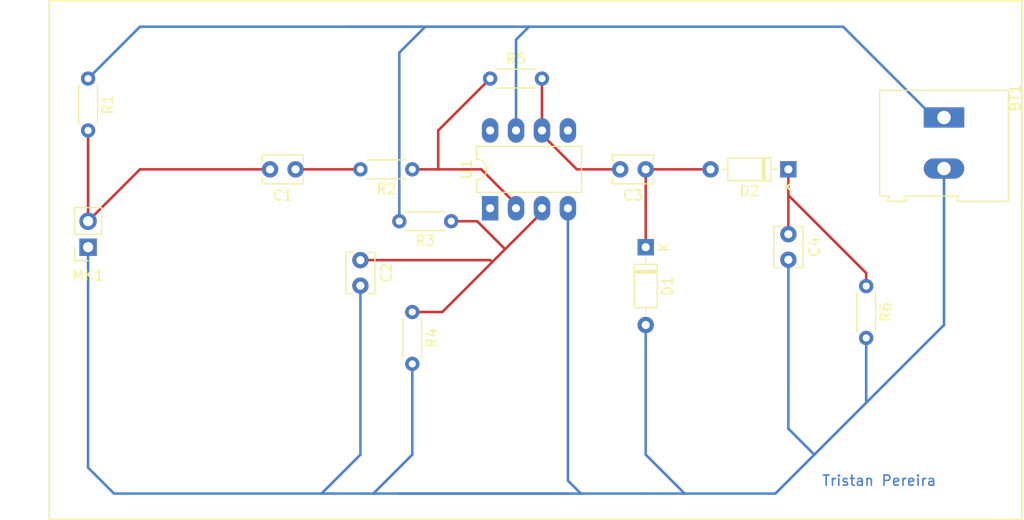
<source format=kicad_pcb>
(kicad_pcb (version 20171130) (host pcbnew "(5.1.4)-1")

  (general
    (thickness 1.6)
    (drawings 5)
    (tracks 68)
    (zones 0)
    (modules 15)
    (nets 13)
  )

  (page A4)
  (layers
    (0 F.Cu signal)
    (31 B.Cu signal)
    (32 B.Adhes user)
    (33 F.Adhes user)
    (34 B.Paste user)
    (35 F.Paste user)
    (36 B.SilkS user)
    (37 F.SilkS user)
    (38 B.Mask user)
    (39 F.Mask user)
    (40 Dwgs.User user)
    (41 Cmts.User user)
    (42 Eco1.User user)
    (43 Eco2.User user)
    (44 Edge.Cuts user)
    (45 Margin user)
    (46 B.CrtYd user)
    (47 F.CrtYd user)
    (48 B.Fab user)
    (49 F.Fab user)
  )

  (setup
    (last_trace_width 0.25)
    (trace_clearance 0.2)
    (zone_clearance 0.508)
    (zone_45_only no)
    (trace_min 0.2)
    (via_size 0.8)
    (via_drill 0.4)
    (via_min_size 0.4)
    (via_min_drill 0.3)
    (uvia_size 0.3)
    (uvia_drill 0.1)
    (uvias_allowed no)
    (uvia_min_size 0.2)
    (uvia_min_drill 0.1)
    (edge_width 0.1)
    (segment_width 0.2)
    (pcb_text_width 0.3)
    (pcb_text_size 1.5 1.5)
    (mod_edge_width 0.15)
    (mod_text_size 1 1)
    (mod_text_width 0.15)
    (pad_size 1.524 1.524)
    (pad_drill 0.762)
    (pad_to_mask_clearance 0)
    (aux_axis_origin 0 0)
    (visible_elements FFFFFF7F)
    (pcbplotparams
      (layerselection 0x010fc_ffffffff)
      (usegerberextensions false)
      (usegerberattributes false)
      (usegerberadvancedattributes false)
      (creategerberjobfile false)
      (excludeedgelayer true)
      (linewidth 0.100000)
      (plotframeref false)
      (viasonmask false)
      (mode 1)
      (useauxorigin false)
      (hpglpennumber 1)
      (hpglpenspeed 20)
      (hpglpendiameter 15.000000)
      (psnegative false)
      (psa4output false)
      (plotreference true)
      (plotvalue true)
      (plotinvisibletext false)
      (padsonsilk false)
      (subtractmaskfromsilk false)
      (outputformat 1)
      (mirror false)
      (drillshape 1)
      (scaleselection 1)
      (outputdirectory ""))
  )

  (net 0 "")
  (net 1 "Net-(BT1-Pad1)")
  (net 2 "Net-(BT1-Pad2)")
  (net 3 "Net-(C1-Pad1)")
  (net 4 "Net-(C1-Pad2)")
  (net 5 "Net-(C2-Pad1)")
  (net 6 "Net-(C3-Pad1)")
  (net 7 "Net-(C3-Pad2)")
  (net 8 "Net-(C4-Pad1)")
  (net 9 "Net-(R2-Pad1)")
  (net 10 "Net-(U1-Pad1)")
  (net 11 "Net-(U1-Pad5)")
  (net 12 "Net-(U1-Pad8)")

  (net_class Default "This is the default net class."
    (clearance 0.2)
    (trace_width 0.25)
    (via_dia 0.8)
    (via_drill 0.4)
    (uvia_dia 0.3)
    (uvia_drill 0.1)
    (add_net "Net-(BT1-Pad1)")
    (add_net "Net-(BT1-Pad2)")
    (add_net "Net-(C1-Pad1)")
    (add_net "Net-(C1-Pad2)")
    (add_net "Net-(C2-Pad1)")
    (add_net "Net-(C3-Pad1)")
    (add_net "Net-(C3-Pad2)")
    (add_net "Net-(C4-Pad1)")
    (add_net "Net-(R2-Pad1)")
    (add_net "Net-(U1-Pad1)")
    (add_net "Net-(U1-Pad5)")
    (add_net "Net-(U1-Pad8)")
  )

  (module Capacitor_THT:C_Disc_D3.8mm_W2.6mm_P2.50mm (layer F.Cu) (tedit 5AE50EF0) (tstamp 5EB18ADB)
    (at 172.72 91.44 270)
    (descr "C, Disc series, Radial, pin pitch=2.50mm, , diameter*width=3.8*2.6mm^2, Capacitor, http://www.vishay.com/docs/45233/krseries.pdf")
    (tags "C Disc series Radial pin pitch 2.50mm  diameter 3.8mm width 2.6mm Capacitor")
    (path /5EB149CA)
    (fp_text reference C4 (at 1.25 -2.55 90) (layer F.SilkS)
      (effects (font (size 1 1) (thickness 0.15)))
    )
    (fp_text value 0.1u (at 1.25 2.55 90) (layer F.Fab)
      (effects (font (size 1 1) (thickness 0.15)))
    )
    (fp_text user %R (at 1.25 0 90) (layer F.Fab)
      (effects (font (size 0.76 0.76) (thickness 0.114)))
    )
    (fp_line (start 3.55 -1.55) (end -1.05 -1.55) (layer F.CrtYd) (width 0.05))
    (fp_line (start 3.55 1.55) (end 3.55 -1.55) (layer F.CrtYd) (width 0.05))
    (fp_line (start -1.05 1.55) (end 3.55 1.55) (layer F.CrtYd) (width 0.05))
    (fp_line (start -1.05 -1.55) (end -1.05 1.55) (layer F.CrtYd) (width 0.05))
    (fp_line (start 3.27 0.795) (end 3.27 1.42) (layer F.SilkS) (width 0.12))
    (fp_line (start 3.27 -1.42) (end 3.27 -0.795) (layer F.SilkS) (width 0.12))
    (fp_line (start -0.77 0.795) (end -0.77 1.42) (layer F.SilkS) (width 0.12))
    (fp_line (start -0.77 -1.42) (end -0.77 -0.795) (layer F.SilkS) (width 0.12))
    (fp_line (start -0.77 1.42) (end 3.27 1.42) (layer F.SilkS) (width 0.12))
    (fp_line (start -0.77 -1.42) (end 3.27 -1.42) (layer F.SilkS) (width 0.12))
    (fp_line (start 3.15 -1.3) (end -0.65 -1.3) (layer F.Fab) (width 0.1))
    (fp_line (start 3.15 1.3) (end 3.15 -1.3) (layer F.Fab) (width 0.1))
    (fp_line (start -0.65 1.3) (end 3.15 1.3) (layer F.Fab) (width 0.1))
    (fp_line (start -0.65 -1.3) (end -0.65 1.3) (layer F.Fab) (width 0.1))
    (pad 2 thru_hole circle (at 2.5 0 270) (size 1.6 1.6) (drill 0.8) (layers *.Cu *.Mask)
      (net 2 "Net-(BT1-Pad2)"))
    (pad 1 thru_hole circle (at 0 0 270) (size 1.6 1.6) (drill 0.8) (layers *.Cu *.Mask)
      (net 8 "Net-(C4-Pad1)"))
    (model ${KISYS3DMOD}/Capacitor_THT.3dshapes/C_Disc_D3.8mm_W2.6mm_P2.50mm.wrl
      (at (xyz 0 0 0))
      (scale (xyz 1 1 1))
      (rotate (xyz 0 0 0))
    )
  )

  (module Capacitor_THT:C_Disc_D3.8mm_W2.6mm_P2.50mm (layer F.Cu) (tedit 5AE50EF0) (tstamp 5EB18AB4)
    (at 158.75 85.09 180)
    (descr "C, Disc series, Radial, pin pitch=2.50mm, , diameter*width=3.8*2.6mm^2, Capacitor, http://www.vishay.com/docs/45233/krseries.pdf")
    (tags "C Disc series Radial pin pitch 2.50mm  diameter 3.8mm width 2.6mm Capacitor")
    (path /5EB11C9F)
    (fp_text reference C3 (at 1.25 -2.55) (layer F.SilkS)
      (effects (font (size 1 1) (thickness 0.15)))
    )
    (fp_text value 10u (at 1.25 2.55) (layer F.Fab)
      (effects (font (size 1 1) (thickness 0.15)))
    )
    (fp_text user %R (at 1.25 0) (layer F.Fab)
      (effects (font (size 0.76 0.76) (thickness 0.114)))
    )
    (fp_line (start 3.55 -1.55) (end -1.05 -1.55) (layer F.CrtYd) (width 0.05))
    (fp_line (start 3.55 1.55) (end 3.55 -1.55) (layer F.CrtYd) (width 0.05))
    (fp_line (start -1.05 1.55) (end 3.55 1.55) (layer F.CrtYd) (width 0.05))
    (fp_line (start -1.05 -1.55) (end -1.05 1.55) (layer F.CrtYd) (width 0.05))
    (fp_line (start 3.27 0.795) (end 3.27 1.42) (layer F.SilkS) (width 0.12))
    (fp_line (start 3.27 -1.42) (end 3.27 -0.795) (layer F.SilkS) (width 0.12))
    (fp_line (start -0.77 0.795) (end -0.77 1.42) (layer F.SilkS) (width 0.12))
    (fp_line (start -0.77 -1.42) (end -0.77 -0.795) (layer F.SilkS) (width 0.12))
    (fp_line (start -0.77 1.42) (end 3.27 1.42) (layer F.SilkS) (width 0.12))
    (fp_line (start -0.77 -1.42) (end 3.27 -1.42) (layer F.SilkS) (width 0.12))
    (fp_line (start 3.15 -1.3) (end -0.65 -1.3) (layer F.Fab) (width 0.1))
    (fp_line (start 3.15 1.3) (end 3.15 -1.3) (layer F.Fab) (width 0.1))
    (fp_line (start -0.65 1.3) (end 3.15 1.3) (layer F.Fab) (width 0.1))
    (fp_line (start -0.65 -1.3) (end -0.65 1.3) (layer F.Fab) (width 0.1))
    (pad 2 thru_hole circle (at 2.5 0 180) (size 1.6 1.6) (drill 0.8) (layers *.Cu *.Mask)
      (net 7 "Net-(C3-Pad2)"))
    (pad 1 thru_hole circle (at 0 0 180) (size 1.6 1.6) (drill 0.8) (layers *.Cu *.Mask)
      (net 6 "Net-(C3-Pad1)"))
    (model ${KISYS3DMOD}/Capacitor_THT.3dshapes/C_Disc_D3.8mm_W2.6mm_P2.50mm.wrl
      (at (xyz 0 0 0))
      (scale (xyz 1 1 1))
      (rotate (xyz 0 0 0))
    )
  )

  (module Capacitor_THT:C_Disc_D3.8mm_W2.6mm_P2.50mm (layer F.Cu) (tedit 5AE50EF0) (tstamp 5EB18A8D)
    (at 130.81 93.98 270)
    (descr "C, Disc series, Radial, pin pitch=2.50mm, , diameter*width=3.8*2.6mm^2, Capacitor, http://www.vishay.com/docs/45233/krseries.pdf")
    (tags "C Disc series Radial pin pitch 2.50mm  diameter 3.8mm width 2.6mm Capacitor")
    (path /5EB19924)
    (fp_text reference C2 (at 1.25 -2.55 90) (layer F.SilkS)
      (effects (font (size 1 1) (thickness 0.15)))
    )
    (fp_text value 0.1u (at 1.25 2.55 90) (layer F.Fab)
      (effects (font (size 1 1) (thickness 0.15)))
    )
    (fp_text user %R (at 1.25 0 90) (layer F.Fab)
      (effects (font (size 0.76 0.76) (thickness 0.114)))
    )
    (fp_line (start 3.55 -1.55) (end -1.05 -1.55) (layer F.CrtYd) (width 0.05))
    (fp_line (start 3.55 1.55) (end 3.55 -1.55) (layer F.CrtYd) (width 0.05))
    (fp_line (start -1.05 1.55) (end 3.55 1.55) (layer F.CrtYd) (width 0.05))
    (fp_line (start -1.05 -1.55) (end -1.05 1.55) (layer F.CrtYd) (width 0.05))
    (fp_line (start 3.27 0.795) (end 3.27 1.42) (layer F.SilkS) (width 0.12))
    (fp_line (start 3.27 -1.42) (end 3.27 -0.795) (layer F.SilkS) (width 0.12))
    (fp_line (start -0.77 0.795) (end -0.77 1.42) (layer F.SilkS) (width 0.12))
    (fp_line (start -0.77 -1.42) (end -0.77 -0.795) (layer F.SilkS) (width 0.12))
    (fp_line (start -0.77 1.42) (end 3.27 1.42) (layer F.SilkS) (width 0.12))
    (fp_line (start -0.77 -1.42) (end 3.27 -1.42) (layer F.SilkS) (width 0.12))
    (fp_line (start 3.15 -1.3) (end -0.65 -1.3) (layer F.Fab) (width 0.1))
    (fp_line (start 3.15 1.3) (end 3.15 -1.3) (layer F.Fab) (width 0.1))
    (fp_line (start -0.65 1.3) (end 3.15 1.3) (layer F.Fab) (width 0.1))
    (fp_line (start -0.65 -1.3) (end -0.65 1.3) (layer F.Fab) (width 0.1))
    (pad 2 thru_hole circle (at 2.5 0 270) (size 1.6 1.6) (drill 0.8) (layers *.Cu *.Mask)
      (net 2 "Net-(BT1-Pad2)"))
    (pad 1 thru_hole circle (at 0 0 270) (size 1.6 1.6) (drill 0.8) (layers *.Cu *.Mask)
      (net 5 "Net-(C2-Pad1)"))
    (model ${KISYS3DMOD}/Capacitor_THT.3dshapes/C_Disc_D3.8mm_W2.6mm_P2.50mm.wrl
      (at (xyz 0 0 0))
      (scale (xyz 1 1 1))
      (rotate (xyz 0 0 0))
    )
  )

  (module Capacitor_THT:C_Disc_D3.8mm_W2.6mm_P2.50mm (layer F.Cu) (tedit 5AE50EF0) (tstamp 5EB18A66)
    (at 124.46 85.09 180)
    (descr "C, Disc series, Radial, pin pitch=2.50mm, , diameter*width=3.8*2.6mm^2, Capacitor, http://www.vishay.com/docs/45233/krseries.pdf")
    (tags "C Disc series Radial pin pitch 2.50mm  diameter 3.8mm width 2.6mm Capacitor")
    (path /5EB08205)
    (fp_text reference C1 (at 1.25 -2.55) (layer F.SilkS)
      (effects (font (size 1 1) (thickness 0.15)))
    )
    (fp_text value 0.1u (at 1.25 2.55) (layer F.Fab)
      (effects (font (size 1 1) (thickness 0.15)))
    )
    (fp_text user %R (at 1.25 0) (layer F.Fab)
      (effects (font (size 0.76 0.76) (thickness 0.114)))
    )
    (fp_line (start 3.55 -1.55) (end -1.05 -1.55) (layer F.CrtYd) (width 0.05))
    (fp_line (start 3.55 1.55) (end 3.55 -1.55) (layer F.CrtYd) (width 0.05))
    (fp_line (start -1.05 1.55) (end 3.55 1.55) (layer F.CrtYd) (width 0.05))
    (fp_line (start -1.05 -1.55) (end -1.05 1.55) (layer F.CrtYd) (width 0.05))
    (fp_line (start 3.27 0.795) (end 3.27 1.42) (layer F.SilkS) (width 0.12))
    (fp_line (start 3.27 -1.42) (end 3.27 -0.795) (layer F.SilkS) (width 0.12))
    (fp_line (start -0.77 0.795) (end -0.77 1.42) (layer F.SilkS) (width 0.12))
    (fp_line (start -0.77 -1.42) (end -0.77 -0.795) (layer F.SilkS) (width 0.12))
    (fp_line (start -0.77 1.42) (end 3.27 1.42) (layer F.SilkS) (width 0.12))
    (fp_line (start -0.77 -1.42) (end 3.27 -1.42) (layer F.SilkS) (width 0.12))
    (fp_line (start 3.15 -1.3) (end -0.65 -1.3) (layer F.Fab) (width 0.1))
    (fp_line (start 3.15 1.3) (end 3.15 -1.3) (layer F.Fab) (width 0.1))
    (fp_line (start -0.65 1.3) (end 3.15 1.3) (layer F.Fab) (width 0.1))
    (fp_line (start -0.65 -1.3) (end -0.65 1.3) (layer F.Fab) (width 0.1))
    (pad 2 thru_hole circle (at 2.5 0 180) (size 1.6 1.6) (drill 0.8) (layers *.Cu *.Mask)
      (net 4 "Net-(C1-Pad2)"))
    (pad 1 thru_hole circle (at 0 0 180) (size 1.6 1.6) (drill 0.8) (layers *.Cu *.Mask)
      (net 3 "Net-(C1-Pad1)"))
    (model ${KISYS3DMOD}/Capacitor_THT.3dshapes/C_Disc_D3.8mm_W2.6mm_P2.50mm.wrl
      (at (xyz 0 0 0))
      (scale (xyz 1 1 1))
      (rotate (xyz 0 0 0))
    )
  )

  (module TerminalBlock:TerminalBlock_Altech_AK300-2_P5.00mm (layer F.Cu) (tedit 59FF0306) (tstamp 5EB18A3F)
    (at 187.96 80.01 270)
    (descr "Altech AK300 terminal block, pitch 5.0mm, 45 degree angled, see http://www.mouser.com/ds/2/16/PCBMETRC-24178.pdf")
    (tags "Altech AK300 terminal block pitch 5.0mm")
    (path /5EB218D3)
    (fp_text reference BT1 (at -1.92 -6.99 90) (layer F.SilkS)
      (effects (font (size 1 1) (thickness 0.15)))
    )
    (fp_text value Battery_Cell (at 2.78 7.75 90) (layer F.Fab)
      (effects (font (size 1 1) (thickness 0.15)))
    )
    (fp_text user %R (at 2.5 -2 90) (layer F.Fab)
      (effects (font (size 1 1) (thickness 0.15)))
    )
    (fp_line (start -2.65 -6.3) (end -2.65 6.3) (layer F.SilkS) (width 0.12))
    (fp_line (start -2.65 6.3) (end 7.7 6.3) (layer F.SilkS) (width 0.12))
    (fp_line (start 7.7 6.3) (end 7.7 5.35) (layer F.SilkS) (width 0.12))
    (fp_line (start 7.7 5.35) (end 8.2 5.6) (layer F.SilkS) (width 0.12))
    (fp_line (start 8.2 5.6) (end 8.2 3.7) (layer F.SilkS) (width 0.12))
    (fp_line (start 8.2 3.7) (end 8.2 3.65) (layer F.SilkS) (width 0.12))
    (fp_line (start 8.2 3.65) (end 7.7 3.9) (layer F.SilkS) (width 0.12))
    (fp_line (start 7.7 3.9) (end 7.7 -1.5) (layer F.SilkS) (width 0.12))
    (fp_line (start 7.7 -1.5) (end 8.2 -1.2) (layer F.SilkS) (width 0.12))
    (fp_line (start 8.2 -1.2) (end 8.2 -6.3) (layer F.SilkS) (width 0.12))
    (fp_line (start 8.2 -6.3) (end -2.65 -6.3) (layer F.SilkS) (width 0.12))
    (fp_line (start -1.26 2.54) (end 1.28 2.54) (layer F.Fab) (width 0.1))
    (fp_line (start 1.28 2.54) (end 1.28 -0.25) (layer F.Fab) (width 0.1))
    (fp_line (start -1.26 -0.25) (end 1.28 -0.25) (layer F.Fab) (width 0.1))
    (fp_line (start -1.26 2.54) (end -1.26 -0.25) (layer F.Fab) (width 0.1))
    (fp_line (start 3.74 2.54) (end 6.28 2.54) (layer F.Fab) (width 0.1))
    (fp_line (start 6.28 2.54) (end 6.28 -0.25) (layer F.Fab) (width 0.1))
    (fp_line (start 3.74 -0.25) (end 6.28 -0.25) (layer F.Fab) (width 0.1))
    (fp_line (start 3.74 2.54) (end 3.74 -0.25) (layer F.Fab) (width 0.1))
    (fp_line (start 7.61 -6.22) (end 7.61 -3.17) (layer F.Fab) (width 0.1))
    (fp_line (start 7.61 -6.22) (end -2.58 -6.22) (layer F.Fab) (width 0.1))
    (fp_line (start 7.61 -6.22) (end 8.11 -6.22) (layer F.Fab) (width 0.1))
    (fp_line (start 8.11 -6.22) (end 8.11 -1.4) (layer F.Fab) (width 0.1))
    (fp_line (start 8.11 -1.4) (end 7.61 -1.65) (layer F.Fab) (width 0.1))
    (fp_line (start 8.11 5.46) (end 7.61 5.21) (layer F.Fab) (width 0.1))
    (fp_line (start 7.61 5.21) (end 7.61 6.22) (layer F.Fab) (width 0.1))
    (fp_line (start 8.11 3.81) (end 7.61 4.06) (layer F.Fab) (width 0.1))
    (fp_line (start 7.61 4.06) (end 7.61 5.21) (layer F.Fab) (width 0.1))
    (fp_line (start 8.11 3.81) (end 8.11 5.46) (layer F.Fab) (width 0.1))
    (fp_line (start 2.98 6.22) (end 2.98 4.32) (layer F.Fab) (width 0.1))
    (fp_line (start 7.05 -0.25) (end 7.05 4.32) (layer F.Fab) (width 0.1))
    (fp_line (start 2.98 6.22) (end 7.05 6.22) (layer F.Fab) (width 0.1))
    (fp_line (start 7.05 6.22) (end 7.61 6.22) (layer F.Fab) (width 0.1))
    (fp_line (start 2.04 6.22) (end 2.04 4.32) (layer F.Fab) (width 0.1))
    (fp_line (start 2.04 6.22) (end 2.98 6.22) (layer F.Fab) (width 0.1))
    (fp_line (start -2.02 -0.25) (end -2.02 4.32) (layer F.Fab) (width 0.1))
    (fp_line (start -2.58 6.22) (end -2.02 6.22) (layer F.Fab) (width 0.1))
    (fp_line (start -2.02 6.22) (end 2.04 6.22) (layer F.Fab) (width 0.1))
    (fp_line (start 2.98 4.32) (end 7.05 4.32) (layer F.Fab) (width 0.1))
    (fp_line (start 2.98 4.32) (end 2.98 -0.25) (layer F.Fab) (width 0.1))
    (fp_line (start 7.05 4.32) (end 7.05 6.22) (layer F.Fab) (width 0.1))
    (fp_line (start 2.04 4.32) (end -2.02 4.32) (layer F.Fab) (width 0.1))
    (fp_line (start 2.04 4.32) (end 2.04 -0.25) (layer F.Fab) (width 0.1))
    (fp_line (start -2.02 4.32) (end -2.02 6.22) (layer F.Fab) (width 0.1))
    (fp_line (start 6.67 3.68) (end 6.67 0.51) (layer F.Fab) (width 0.1))
    (fp_line (start 6.67 3.68) (end 3.36 3.68) (layer F.Fab) (width 0.1))
    (fp_line (start 3.36 3.68) (end 3.36 0.51) (layer F.Fab) (width 0.1))
    (fp_line (start 1.66 3.68) (end 1.66 0.51) (layer F.Fab) (width 0.1))
    (fp_line (start 1.66 3.68) (end -1.64 3.68) (layer F.Fab) (width 0.1))
    (fp_line (start -1.64 3.68) (end -1.64 0.51) (layer F.Fab) (width 0.1))
    (fp_line (start -1.64 0.51) (end -1.26 0.51) (layer F.Fab) (width 0.1))
    (fp_line (start 1.66 0.51) (end 1.28 0.51) (layer F.Fab) (width 0.1))
    (fp_line (start 3.36 0.51) (end 3.74 0.51) (layer F.Fab) (width 0.1))
    (fp_line (start 6.67 0.51) (end 6.28 0.51) (layer F.Fab) (width 0.1))
    (fp_line (start -2.58 6.22) (end -2.58 -0.64) (layer F.Fab) (width 0.1))
    (fp_line (start -2.58 -0.64) (end -2.58 -3.17) (layer F.Fab) (width 0.1))
    (fp_line (start 7.61 -1.65) (end 7.61 -0.64) (layer F.Fab) (width 0.1))
    (fp_line (start 7.61 -0.64) (end 7.61 4.06) (layer F.Fab) (width 0.1))
    (fp_line (start -2.58 -3.17) (end 7.61 -3.17) (layer F.Fab) (width 0.1))
    (fp_line (start -2.58 -3.17) (end -2.58 -6.22) (layer F.Fab) (width 0.1))
    (fp_line (start 7.61 -3.17) (end 7.61 -1.65) (layer F.Fab) (width 0.1))
    (fp_line (start 2.98 -3.43) (end 2.98 -5.97) (layer F.Fab) (width 0.1))
    (fp_line (start 2.98 -5.97) (end 7.05 -5.97) (layer F.Fab) (width 0.1))
    (fp_line (start 7.05 -5.97) (end 7.05 -3.43) (layer F.Fab) (width 0.1))
    (fp_line (start 7.05 -3.43) (end 2.98 -3.43) (layer F.Fab) (width 0.1))
    (fp_line (start 2.04 -3.43) (end 2.04 -5.97) (layer F.Fab) (width 0.1))
    (fp_line (start 2.04 -3.43) (end -2.02 -3.43) (layer F.Fab) (width 0.1))
    (fp_line (start -2.02 -3.43) (end -2.02 -5.97) (layer F.Fab) (width 0.1))
    (fp_line (start 2.04 -5.97) (end -2.02 -5.97) (layer F.Fab) (width 0.1))
    (fp_line (start 3.39 -4.45) (end 6.44 -5.08) (layer F.Fab) (width 0.1))
    (fp_line (start 3.52 -4.32) (end 6.56 -4.95) (layer F.Fab) (width 0.1))
    (fp_line (start -1.62 -4.45) (end 1.44 -5.08) (layer F.Fab) (width 0.1))
    (fp_line (start -1.49 -4.32) (end 1.56 -4.95) (layer F.Fab) (width 0.1))
    (fp_line (start -2.02 -0.25) (end -1.64 -0.25) (layer F.Fab) (width 0.1))
    (fp_line (start 2.04 -0.25) (end 1.66 -0.25) (layer F.Fab) (width 0.1))
    (fp_line (start 1.66 -0.25) (end -1.64 -0.25) (layer F.Fab) (width 0.1))
    (fp_line (start -2.58 -0.64) (end -1.64 -0.64) (layer F.Fab) (width 0.1))
    (fp_line (start -1.64 -0.64) (end 1.66 -0.64) (layer F.Fab) (width 0.1))
    (fp_line (start 1.66 -0.64) (end 3.36 -0.64) (layer F.Fab) (width 0.1))
    (fp_line (start 7.61 -0.64) (end 6.67 -0.64) (layer F.Fab) (width 0.1))
    (fp_line (start 6.67 -0.64) (end 3.36 -0.64) (layer F.Fab) (width 0.1))
    (fp_line (start 7.05 -0.25) (end 6.67 -0.25) (layer F.Fab) (width 0.1))
    (fp_line (start 2.98 -0.25) (end 3.36 -0.25) (layer F.Fab) (width 0.1))
    (fp_line (start 3.36 -0.25) (end 6.67 -0.25) (layer F.Fab) (width 0.1))
    (fp_line (start -2.83 -6.47) (end 8.36 -6.47) (layer F.CrtYd) (width 0.05))
    (fp_line (start -2.83 -6.47) (end -2.83 6.47) (layer F.CrtYd) (width 0.05))
    (fp_line (start 8.36 6.47) (end 8.36 -6.47) (layer F.CrtYd) (width 0.05))
    (fp_line (start 8.36 6.47) (end -2.83 6.47) (layer F.CrtYd) (width 0.05))
    (fp_arc (start 6.03 -4.59) (end 6.54 -5.05) (angle 90.5) (layer F.Fab) (width 0.1))
    (fp_arc (start 5.07 -6.07) (end 6.53 -4.12) (angle 75.5) (layer F.Fab) (width 0.1))
    (fp_arc (start 4.99 -3.71) (end 3.39 -5) (angle 100) (layer F.Fab) (width 0.1))
    (fp_arc (start 3.87 -4.65) (end 3.58 -4.13) (angle 104.2) (layer F.Fab) (width 0.1))
    (fp_arc (start 1.03 -4.59) (end 1.53 -5.05) (angle 90.5) (layer F.Fab) (width 0.1))
    (fp_arc (start 0.06 -6.07) (end 1.53 -4.12) (angle 75.5) (layer F.Fab) (width 0.1))
    (fp_arc (start -0.01 -3.71) (end -1.62 -5) (angle 100) (layer F.Fab) (width 0.1))
    (fp_arc (start -1.13 -4.65) (end -1.42 -4.13) (angle 104.2) (layer F.Fab) (width 0.1))
    (pad 1 thru_hole rect (at 0 0 270) (size 1.98 3.96) (drill 1.32) (layers *.Cu *.Mask)
      (net 1 "Net-(BT1-Pad1)"))
    (pad 2 thru_hole oval (at 5 0 270) (size 1.98 3.96) (drill 1.32) (layers *.Cu *.Mask)
      (net 2 "Net-(BT1-Pad2)"))
    (model ${KISYS3DMOD}/TerminalBlock.3dshapes/TerminalBlock_Altech_AK300-2_P5.00mm.wrl
      (at (xyz 0 0 0))
      (scale (xyz 1 1 1))
      (rotate (xyz 0 0 0))
    )
  )

  (module Diode_THT:D_DO-35_SOD27_P7.62mm_Horizontal (layer F.Cu) (tedit 5AE50CD5) (tstamp 5EB18AFA)
    (at 158.75 92.71 270)
    (descr "Diode, DO-35_SOD27 series, Axial, Horizontal, pin pitch=7.62mm, , length*diameter=4*2mm^2, , http://www.diodes.com/_files/packages/DO-35.pdf")
    (tags "Diode DO-35_SOD27 series Axial Horizontal pin pitch 7.62mm  length 4mm diameter 2mm")
    (path /5EB1376C)
    (fp_text reference D1 (at 3.81 -2.12 90) (layer F.SilkS)
      (effects (font (size 1 1) (thickness 0.15)))
    )
    (fp_text value 1N4148 (at 3.81 2.12 90) (layer F.Fab)
      (effects (font (size 1 1) (thickness 0.15)))
    )
    (fp_text user K (at 0 -1.8 90) (layer F.SilkS)
      (effects (font (size 1 1) (thickness 0.15)))
    )
    (fp_text user K (at 0 -1.8 90) (layer F.Fab)
      (effects (font (size 1 1) (thickness 0.15)))
    )
    (fp_text user %R (at 4.004999 0 90) (layer F.Fab)
      (effects (font (size 0.8 0.8) (thickness 0.12)))
    )
    (fp_line (start 8.67 -1.25) (end -1.05 -1.25) (layer F.CrtYd) (width 0.05))
    (fp_line (start 8.67 1.25) (end 8.67 -1.25) (layer F.CrtYd) (width 0.05))
    (fp_line (start -1.05 1.25) (end 8.67 1.25) (layer F.CrtYd) (width 0.05))
    (fp_line (start -1.05 -1.25) (end -1.05 1.25) (layer F.CrtYd) (width 0.05))
    (fp_line (start 2.29 -1.12) (end 2.29 1.12) (layer F.SilkS) (width 0.12))
    (fp_line (start 2.53 -1.12) (end 2.53 1.12) (layer F.SilkS) (width 0.12))
    (fp_line (start 2.41 -1.12) (end 2.41 1.12) (layer F.SilkS) (width 0.12))
    (fp_line (start 6.58 0) (end 5.93 0) (layer F.SilkS) (width 0.12))
    (fp_line (start 1.04 0) (end 1.69 0) (layer F.SilkS) (width 0.12))
    (fp_line (start 5.93 -1.12) (end 1.69 -1.12) (layer F.SilkS) (width 0.12))
    (fp_line (start 5.93 1.12) (end 5.93 -1.12) (layer F.SilkS) (width 0.12))
    (fp_line (start 1.69 1.12) (end 5.93 1.12) (layer F.SilkS) (width 0.12))
    (fp_line (start 1.69 -1.12) (end 1.69 1.12) (layer F.SilkS) (width 0.12))
    (fp_line (start 2.31 -1) (end 2.31 1) (layer F.Fab) (width 0.1))
    (fp_line (start 2.51 -1) (end 2.51 1) (layer F.Fab) (width 0.1))
    (fp_line (start 2.41 -1) (end 2.41 1) (layer F.Fab) (width 0.1))
    (fp_line (start 7.62 0) (end 5.81 0) (layer F.Fab) (width 0.1))
    (fp_line (start 0 0) (end 1.81 0) (layer F.Fab) (width 0.1))
    (fp_line (start 5.81 -1) (end 1.81 -1) (layer F.Fab) (width 0.1))
    (fp_line (start 5.81 1) (end 5.81 -1) (layer F.Fab) (width 0.1))
    (fp_line (start 1.81 1) (end 5.81 1) (layer F.Fab) (width 0.1))
    (fp_line (start 1.81 -1) (end 1.81 1) (layer F.Fab) (width 0.1))
    (pad 2 thru_hole oval (at 7.62 0 270) (size 1.6 1.6) (drill 0.8) (layers *.Cu *.Mask)
      (net 2 "Net-(BT1-Pad2)"))
    (pad 1 thru_hole rect (at 0 0 270) (size 1.6 1.6) (drill 0.8) (layers *.Cu *.Mask)
      (net 6 "Net-(C3-Pad1)"))
    (model ${KISYS3DMOD}/Diode_THT.3dshapes/D_DO-35_SOD27_P7.62mm_Horizontal.wrl
      (at (xyz 0 0 0))
      (scale (xyz 1 1 1))
      (rotate (xyz 0 0 0))
    )
  )

  (module Diode_THT:D_DO-35_SOD27_P7.62mm_Horizontal (layer F.Cu) (tedit 5AE50CD5) (tstamp 5EB18B19)
    (at 172.72 85.09 180)
    (descr "Diode, DO-35_SOD27 series, Axial, Horizontal, pin pitch=7.62mm, , length*diameter=4*2mm^2, , http://www.diodes.com/_files/packages/DO-35.pdf")
    (tags "Diode DO-35_SOD27 series Axial Horizontal pin pitch 7.62mm  length 4mm diameter 2mm")
    (path /5EB125D5)
    (fp_text reference D2 (at 3.81 -2.12) (layer F.SilkS)
      (effects (font (size 1 1) (thickness 0.15)))
    )
    (fp_text value 1N4148 (at 3.81 2.12) (layer F.Fab)
      (effects (font (size 1 1) (thickness 0.15)))
    )
    (fp_line (start 1.81 -1) (end 1.81 1) (layer F.Fab) (width 0.1))
    (fp_line (start 1.81 1) (end 5.81 1) (layer F.Fab) (width 0.1))
    (fp_line (start 5.81 1) (end 5.81 -1) (layer F.Fab) (width 0.1))
    (fp_line (start 5.81 -1) (end 1.81 -1) (layer F.Fab) (width 0.1))
    (fp_line (start 0 0) (end 1.81 0) (layer F.Fab) (width 0.1))
    (fp_line (start 7.62 0) (end 5.81 0) (layer F.Fab) (width 0.1))
    (fp_line (start 2.41 -1) (end 2.41 1) (layer F.Fab) (width 0.1))
    (fp_line (start 2.51 -1) (end 2.51 1) (layer F.Fab) (width 0.1))
    (fp_line (start 2.31 -1) (end 2.31 1) (layer F.Fab) (width 0.1))
    (fp_line (start 1.69 -1.12) (end 1.69 1.12) (layer F.SilkS) (width 0.12))
    (fp_line (start 1.69 1.12) (end 5.93 1.12) (layer F.SilkS) (width 0.12))
    (fp_line (start 5.93 1.12) (end 5.93 -1.12) (layer F.SilkS) (width 0.12))
    (fp_line (start 5.93 -1.12) (end 1.69 -1.12) (layer F.SilkS) (width 0.12))
    (fp_line (start 1.04 0) (end 1.69 0) (layer F.SilkS) (width 0.12))
    (fp_line (start 6.58 0) (end 5.93 0) (layer F.SilkS) (width 0.12))
    (fp_line (start 2.41 -1.12) (end 2.41 1.12) (layer F.SilkS) (width 0.12))
    (fp_line (start 2.53 -1.12) (end 2.53 1.12) (layer F.SilkS) (width 0.12))
    (fp_line (start 2.29 -1.12) (end 2.29 1.12) (layer F.SilkS) (width 0.12))
    (fp_line (start -1.05 -1.25) (end -1.05 1.25) (layer F.CrtYd) (width 0.05))
    (fp_line (start -1.05 1.25) (end 8.67 1.25) (layer F.CrtYd) (width 0.05))
    (fp_line (start 8.67 1.25) (end 8.67 -1.25) (layer F.CrtYd) (width 0.05))
    (fp_line (start 8.67 -1.25) (end -1.05 -1.25) (layer F.CrtYd) (width 0.05))
    (fp_text user %R (at 4.11 0) (layer F.Fab)
      (effects (font (size 0.8 0.8) (thickness 0.12)))
    )
    (fp_text user K (at 0 -1.8) (layer F.Fab)
      (effects (font (size 1 1) (thickness 0.15)))
    )
    (fp_text user K (at 0 -1.8) (layer F.SilkS)
      (effects (font (size 1 1) (thickness 0.15)))
    )
    (pad 1 thru_hole rect (at 0 0 180) (size 1.6 1.6) (drill 0.8) (layers *.Cu *.Mask)
      (net 8 "Net-(C4-Pad1)"))
    (pad 2 thru_hole oval (at 7.62 0 180) (size 1.6 1.6) (drill 0.8) (layers *.Cu *.Mask)
      (net 6 "Net-(C3-Pad1)"))
    (model ${KISYS3DMOD}/Diode_THT.3dshapes/D_DO-35_SOD27_P7.62mm_Horizontal.wrl
      (at (xyz 0 0 0))
      (scale (xyz 1 1 1))
      (rotate (xyz 0 0 0))
    )
  )

  (module Connector_PinSocket_2.54mm:PinSocket_1x02_P2.54mm_Vertical (layer F.Cu) (tedit 5A19A420) (tstamp 5EB18B2F)
    (at 104.14 92.71 180)
    (descr "Through hole straight socket strip, 1x02, 2.54mm pitch, single row (from Kicad 4.0.7), script generated")
    (tags "Through hole socket strip THT 1x02 2.54mm single row")
    (path /5EB0C8C6)
    (fp_text reference MK1 (at 0 -2.77) (layer F.SilkS)
      (effects (font (size 1 1) (thickness 0.15)))
    )
    (fp_text value Microphone_Condenser (at 0 5.31) (layer F.Fab)
      (effects (font (size 1 1) (thickness 0.15)))
    )
    (fp_line (start -1.27 -1.27) (end 0.635 -1.27) (layer F.Fab) (width 0.1))
    (fp_line (start 0.635 -1.27) (end 1.27 -0.635) (layer F.Fab) (width 0.1))
    (fp_line (start 1.27 -0.635) (end 1.27 3.81) (layer F.Fab) (width 0.1))
    (fp_line (start 1.27 3.81) (end -1.27 3.81) (layer F.Fab) (width 0.1))
    (fp_line (start -1.27 3.81) (end -1.27 -1.27) (layer F.Fab) (width 0.1))
    (fp_line (start -1.33 1.27) (end 1.33 1.27) (layer F.SilkS) (width 0.12))
    (fp_line (start -1.33 1.27) (end -1.33 3.87) (layer F.SilkS) (width 0.12))
    (fp_line (start -1.33 3.87) (end 1.33 3.87) (layer F.SilkS) (width 0.12))
    (fp_line (start 1.33 1.27) (end 1.33 3.87) (layer F.SilkS) (width 0.12))
    (fp_line (start 1.33 -1.33) (end 1.33 0) (layer F.SilkS) (width 0.12))
    (fp_line (start 0 -1.33) (end 1.33 -1.33) (layer F.SilkS) (width 0.12))
    (fp_line (start -1.8 -1.8) (end 1.75 -1.8) (layer F.CrtYd) (width 0.05))
    (fp_line (start 1.75 -1.8) (end 1.75 4.3) (layer F.CrtYd) (width 0.05))
    (fp_line (start 1.75 4.3) (end -1.8 4.3) (layer F.CrtYd) (width 0.05))
    (fp_line (start -1.8 4.3) (end -1.8 -1.8) (layer F.CrtYd) (width 0.05))
    (fp_text user %R (at 0 0.794999 90) (layer F.Fab)
      (effects (font (size 1 1) (thickness 0.15)))
    )
    (pad 1 thru_hole rect (at 0 0 180) (size 1.7 1.7) (drill 1) (layers *.Cu *.Mask)
      (net 2 "Net-(BT1-Pad2)"))
    (pad 2 thru_hole oval (at 0 2.54 180) (size 1.7 1.7) (drill 1) (layers *.Cu *.Mask)
      (net 4 "Net-(C1-Pad2)"))
    (model ${KISYS3DMOD}/Connector_PinSocket_2.54mm.3dshapes/PinSocket_1x02_P2.54mm_Vertical.wrl
      (at (xyz 0 0 0))
      (scale (xyz 1 1 1))
      (rotate (xyz 0 0 0))
    )
  )

  (module Resistor_THT:R_Axial_DIN0204_L3.6mm_D1.6mm_P5.08mm_Horizontal (layer F.Cu) (tedit 5AE5139B) (tstamp 5EB18B42)
    (at 104.14 76.2 270)
    (descr "Resistor, Axial_DIN0204 series, Axial, Horizontal, pin pitch=5.08mm, 0.167W, length*diameter=3.6*1.6mm^2, http://cdn-reichelt.de/documents/datenblatt/B400/1_4W%23YAG.pdf")
    (tags "Resistor Axial_DIN0204 series Axial Horizontal pin pitch 5.08mm 0.167W length 3.6mm diameter 1.6mm")
    (path /5EB16F8D)
    (fp_text reference R1 (at 2.54 -1.92 90) (layer F.SilkS)
      (effects (font (size 1 1) (thickness 0.15)))
    )
    (fp_text value 10K (at 2.54 1.92 90) (layer F.Fab)
      (effects (font (size 1 1) (thickness 0.15)))
    )
    (fp_text user %R (at 2.54 0 270) (layer F.Fab)
      (effects (font (size 0.72 0.72) (thickness 0.108)))
    )
    (fp_line (start 6.03 -1.05) (end -0.95 -1.05) (layer F.CrtYd) (width 0.05))
    (fp_line (start 6.03 1.05) (end 6.03 -1.05) (layer F.CrtYd) (width 0.05))
    (fp_line (start -0.95 1.05) (end 6.03 1.05) (layer F.CrtYd) (width 0.05))
    (fp_line (start -0.95 -1.05) (end -0.95 1.05) (layer F.CrtYd) (width 0.05))
    (fp_line (start 0.62 0.92) (end 4.46 0.92) (layer F.SilkS) (width 0.12))
    (fp_line (start 0.62 -0.92) (end 4.46 -0.92) (layer F.SilkS) (width 0.12))
    (fp_line (start 5.08 0) (end 4.34 0) (layer F.Fab) (width 0.1))
    (fp_line (start 0 0) (end 0.74 0) (layer F.Fab) (width 0.1))
    (fp_line (start 4.34 -0.8) (end 0.74 -0.8) (layer F.Fab) (width 0.1))
    (fp_line (start 4.34 0.8) (end 4.34 -0.8) (layer F.Fab) (width 0.1))
    (fp_line (start 0.74 0.8) (end 4.34 0.8) (layer F.Fab) (width 0.1))
    (fp_line (start 0.74 -0.8) (end 0.74 0.8) (layer F.Fab) (width 0.1))
    (pad 2 thru_hole oval (at 5.08 0 270) (size 1.4 1.4) (drill 0.7) (layers *.Cu *.Mask)
      (net 4 "Net-(C1-Pad2)"))
    (pad 1 thru_hole circle (at 0 0 270) (size 1.4 1.4) (drill 0.7) (layers *.Cu *.Mask)
      (net 1 "Net-(BT1-Pad1)"))
    (model ${KISYS3DMOD}/Resistor_THT.3dshapes/R_Axial_DIN0204_L3.6mm_D1.6mm_P5.08mm_Horizontal.wrl
      (at (xyz 0 0 0))
      (scale (xyz 1 1 1))
      (rotate (xyz 0 0 0))
    )
  )

  (module Resistor_THT:R_Axial_DIN0204_L3.6mm_D1.6mm_P5.08mm_Horizontal (layer F.Cu) (tedit 5AE5139B) (tstamp 5EB18B55)
    (at 135.89 85.09 180)
    (descr "Resistor, Axial_DIN0204 series, Axial, Horizontal, pin pitch=5.08mm, 0.167W, length*diameter=3.6*1.6mm^2, http://cdn-reichelt.de/documents/datenblatt/B400/1_4W%23YAG.pdf")
    (tags "Resistor Axial_DIN0204 series Axial Horizontal pin pitch 5.08mm 0.167W length 3.6mm diameter 1.6mm")
    (path /5EB072F6)
    (fp_text reference R2 (at 2.54 -1.92) (layer F.SilkS)
      (effects (font (size 1 1) (thickness 0.15)))
    )
    (fp_text value 1K (at 2.54 1.92) (layer F.Fab)
      (effects (font (size 1 1) (thickness 0.15)))
    )
    (fp_line (start 0.74 -0.8) (end 0.74 0.8) (layer F.Fab) (width 0.1))
    (fp_line (start 0.74 0.8) (end 4.34 0.8) (layer F.Fab) (width 0.1))
    (fp_line (start 4.34 0.8) (end 4.34 -0.8) (layer F.Fab) (width 0.1))
    (fp_line (start 4.34 -0.8) (end 0.74 -0.8) (layer F.Fab) (width 0.1))
    (fp_line (start 0 0) (end 0.74 0) (layer F.Fab) (width 0.1))
    (fp_line (start 5.08 0) (end 4.34 0) (layer F.Fab) (width 0.1))
    (fp_line (start 0.62 -0.92) (end 4.46 -0.92) (layer F.SilkS) (width 0.12))
    (fp_line (start 0.62 0.92) (end 4.46 0.92) (layer F.SilkS) (width 0.12))
    (fp_line (start -0.95 -1.05) (end -0.95 1.05) (layer F.CrtYd) (width 0.05))
    (fp_line (start -0.95 1.05) (end 6.03 1.05) (layer F.CrtYd) (width 0.05))
    (fp_line (start 6.03 1.05) (end 6.03 -1.05) (layer F.CrtYd) (width 0.05))
    (fp_line (start 6.03 -1.05) (end -0.95 -1.05) (layer F.CrtYd) (width 0.05))
    (fp_text user %R (at 2.54 0 180) (layer F.Fab)
      (effects (font (size 0.72 0.72) (thickness 0.108)))
    )
    (pad 1 thru_hole circle (at 0 0 180) (size 1.4 1.4) (drill 0.7) (layers *.Cu *.Mask)
      (net 9 "Net-(R2-Pad1)"))
    (pad 2 thru_hole oval (at 5.08 0 180) (size 1.4 1.4) (drill 0.7) (layers *.Cu *.Mask)
      (net 3 "Net-(C1-Pad1)"))
    (model ${KISYS3DMOD}/Resistor_THT.3dshapes/R_Axial_DIN0204_L3.6mm_D1.6mm_P5.08mm_Horizontal.wrl
      (at (xyz 0 0 0))
      (scale (xyz 1 1 1))
      (rotate (xyz 0 0 0))
    )
  )

  (module Resistor_THT:R_Axial_DIN0204_L3.6mm_D1.6mm_P5.08mm_Horizontal (layer F.Cu) (tedit 5AE5139B) (tstamp 5EB18B68)
    (at 139.7 90.17 180)
    (descr "Resistor, Axial_DIN0204 series, Axial, Horizontal, pin pitch=5.08mm, 0.167W, length*diameter=3.6*1.6mm^2, http://cdn-reichelt.de/documents/datenblatt/B400/1_4W%23YAG.pdf")
    (tags "Resistor Axial_DIN0204 series Axial Horizontal pin pitch 5.08mm 0.167W length 3.6mm diameter 1.6mm")
    (path /5EB08B2F)
    (fp_text reference R3 (at 2.54 -1.92) (layer F.SilkS)
      (effects (font (size 1 1) (thickness 0.15)))
    )
    (fp_text value 47K (at 2.54 1.92) (layer F.Fab)
      (effects (font (size 1 1) (thickness 0.15)))
    )
    (fp_text user %R (at 2.524999 0) (layer F.Fab)
      (effects (font (size 0.72 0.72) (thickness 0.108)))
    )
    (fp_line (start 6.03 -1.05) (end -0.95 -1.05) (layer F.CrtYd) (width 0.05))
    (fp_line (start 6.03 1.05) (end 6.03 -1.05) (layer F.CrtYd) (width 0.05))
    (fp_line (start -0.95 1.05) (end 6.03 1.05) (layer F.CrtYd) (width 0.05))
    (fp_line (start -0.95 -1.05) (end -0.95 1.05) (layer F.CrtYd) (width 0.05))
    (fp_line (start 0.62 0.92) (end 4.46 0.92) (layer F.SilkS) (width 0.12))
    (fp_line (start 0.62 -0.92) (end 4.46 -0.92) (layer F.SilkS) (width 0.12))
    (fp_line (start 5.08 0) (end 4.34 0) (layer F.Fab) (width 0.1))
    (fp_line (start 0 0) (end 0.74 0) (layer F.Fab) (width 0.1))
    (fp_line (start 4.34 -0.8) (end 0.74 -0.8) (layer F.Fab) (width 0.1))
    (fp_line (start 4.34 0.8) (end 4.34 -0.8) (layer F.Fab) (width 0.1))
    (fp_line (start 0.74 0.8) (end 4.34 0.8) (layer F.Fab) (width 0.1))
    (fp_line (start 0.74 -0.8) (end 0.74 0.8) (layer F.Fab) (width 0.1))
    (pad 2 thru_hole oval (at 5.08 0 180) (size 1.4 1.4) (drill 0.7) (layers *.Cu *.Mask)
      (net 1 "Net-(BT1-Pad1)"))
    (pad 1 thru_hole circle (at 0 0 180) (size 1.4 1.4) (drill 0.7) (layers *.Cu *.Mask)
      (net 5 "Net-(C2-Pad1)"))
    (model ${KISYS3DMOD}/Resistor_THT.3dshapes/R_Axial_DIN0204_L3.6mm_D1.6mm_P5.08mm_Horizontal.wrl
      (at (xyz 0 0 0))
      (scale (xyz 1 1 1))
      (rotate (xyz 0 0 0))
    )
  )

  (module Resistor_THT:R_Axial_DIN0204_L3.6mm_D1.6mm_P5.08mm_Horizontal (layer F.Cu) (tedit 5AE5139B) (tstamp 5EB18B7B)
    (at 135.89 99.06 270)
    (descr "Resistor, Axial_DIN0204 series, Axial, Horizontal, pin pitch=5.08mm, 0.167W, length*diameter=3.6*1.6mm^2, http://cdn-reichelt.de/documents/datenblatt/B400/1_4W%23YAG.pdf")
    (tags "Resistor Axial_DIN0204 series Axial Horizontal pin pitch 5.08mm 0.167W length 3.6mm diameter 1.6mm")
    (path /5EB181DB)
    (fp_text reference R4 (at 2.54 -1.92 90) (layer F.SilkS)
      (effects (font (size 1 1) (thickness 0.15)))
    )
    (fp_text value 47K (at 2.54 1.92 90) (layer F.Fab)
      (effects (font (size 1 1) (thickness 0.15)))
    )
    (fp_line (start 0.74 -0.8) (end 0.74 0.8) (layer F.Fab) (width 0.1))
    (fp_line (start 0.74 0.8) (end 4.34 0.8) (layer F.Fab) (width 0.1))
    (fp_line (start 4.34 0.8) (end 4.34 -0.8) (layer F.Fab) (width 0.1))
    (fp_line (start 4.34 -0.8) (end 0.74 -0.8) (layer F.Fab) (width 0.1))
    (fp_line (start 0 0) (end 0.74 0) (layer F.Fab) (width 0.1))
    (fp_line (start 5.08 0) (end 4.34 0) (layer F.Fab) (width 0.1))
    (fp_line (start 0.62 -0.92) (end 4.46 -0.92) (layer F.SilkS) (width 0.12))
    (fp_line (start 0.62 0.92) (end 4.46 0.92) (layer F.SilkS) (width 0.12))
    (fp_line (start -0.95 -1.05) (end -0.95 1.05) (layer F.CrtYd) (width 0.05))
    (fp_line (start -0.95 1.05) (end 6.03 1.05) (layer F.CrtYd) (width 0.05))
    (fp_line (start 6.03 1.05) (end 6.03 -1.05) (layer F.CrtYd) (width 0.05))
    (fp_line (start 6.03 -1.05) (end -0.95 -1.05) (layer F.CrtYd) (width 0.05))
    (fp_text user %R (at 2.54 0 90) (layer F.Fab)
      (effects (font (size 0.72 0.72) (thickness 0.108)))
    )
    (pad 1 thru_hole circle (at 0 0 270) (size 1.4 1.4) (drill 0.7) (layers *.Cu *.Mask)
      (net 5 "Net-(C2-Pad1)"))
    (pad 2 thru_hole oval (at 5.08 0 270) (size 1.4 1.4) (drill 0.7) (layers *.Cu *.Mask)
      (net 2 "Net-(BT1-Pad2)"))
    (model ${KISYS3DMOD}/Resistor_THT.3dshapes/R_Axial_DIN0204_L3.6mm_D1.6mm_P5.08mm_Horizontal.wrl
      (at (xyz 0 0 0))
      (scale (xyz 1 1 1))
      (rotate (xyz 0 0 0))
    )
  )

  (module Resistor_THT:R_Axial_DIN0204_L3.6mm_D1.6mm_P5.08mm_Horizontal (layer F.Cu) (tedit 5AE5139B) (tstamp 5EB18B8E)
    (at 143.51 76.2)
    (descr "Resistor, Axial_DIN0204 series, Axial, Horizontal, pin pitch=5.08mm, 0.167W, length*diameter=3.6*1.6mm^2, http://cdn-reichelt.de/documents/datenblatt/B400/1_4W%23YAG.pdf")
    (tags "Resistor Axial_DIN0204 series Axial Horizontal pin pitch 5.08mm 0.167W length 3.6mm diameter 1.6mm")
    (path /5EB10F34)
    (fp_text reference R5 (at 2.54 -1.92) (layer F.SilkS)
      (effects (font (size 1 1) (thickness 0.15)))
    )
    (fp_text value 1M (at 2.54 1.92) (layer F.Fab)
      (effects (font (size 1 1) (thickness 0.15)))
    )
    (fp_text user %R (at 2.54 0) (layer F.Fab)
      (effects (font (size 0.72 0.72) (thickness 0.108)))
    )
    (fp_line (start 6.03 -1.05) (end -0.95 -1.05) (layer F.CrtYd) (width 0.05))
    (fp_line (start 6.03 1.05) (end 6.03 -1.05) (layer F.CrtYd) (width 0.05))
    (fp_line (start -0.95 1.05) (end 6.03 1.05) (layer F.CrtYd) (width 0.05))
    (fp_line (start -0.95 -1.05) (end -0.95 1.05) (layer F.CrtYd) (width 0.05))
    (fp_line (start 0.62 0.92) (end 4.46 0.92) (layer F.SilkS) (width 0.12))
    (fp_line (start 0.62 -0.92) (end 4.46 -0.92) (layer F.SilkS) (width 0.12))
    (fp_line (start 5.08 0) (end 4.34 0) (layer F.Fab) (width 0.1))
    (fp_line (start 0 0) (end 0.74 0) (layer F.Fab) (width 0.1))
    (fp_line (start 4.34 -0.8) (end 0.74 -0.8) (layer F.Fab) (width 0.1))
    (fp_line (start 4.34 0.8) (end 4.34 -0.8) (layer F.Fab) (width 0.1))
    (fp_line (start 0.74 0.8) (end 4.34 0.8) (layer F.Fab) (width 0.1))
    (fp_line (start 0.74 -0.8) (end 0.74 0.8) (layer F.Fab) (width 0.1))
    (pad 2 thru_hole oval (at 5.08 0) (size 1.4 1.4) (drill 0.7) (layers *.Cu *.Mask)
      (net 7 "Net-(C3-Pad2)"))
    (pad 1 thru_hole circle (at 0 0) (size 1.4 1.4) (drill 0.7) (layers *.Cu *.Mask)
      (net 9 "Net-(R2-Pad1)"))
    (model ${KISYS3DMOD}/Resistor_THT.3dshapes/R_Axial_DIN0204_L3.6mm_D1.6mm_P5.08mm_Horizontal.wrl
      (at (xyz 0 0 0))
      (scale (xyz 1 1 1))
      (rotate (xyz 0 0 0))
    )
  )

  (module Resistor_THT:R_Axial_DIN0204_L3.6mm_D1.6mm_P5.08mm_Horizontal (layer F.Cu) (tedit 5AE5139B) (tstamp 5EB18BA1)
    (at 180.34 96.52 270)
    (descr "Resistor, Axial_DIN0204 series, Axial, Horizontal, pin pitch=5.08mm, 0.167W, length*diameter=3.6*1.6mm^2, http://cdn-reichelt.de/documents/datenblatt/B400/1_4W%23YAG.pdf")
    (tags "Resistor Axial_DIN0204 series Axial Horizontal pin pitch 5.08mm 0.167W length 3.6mm diameter 1.6mm")
    (path /5EB157AB)
    (fp_text reference R6 (at 2.54 -1.92 90) (layer F.SilkS)
      (effects (font (size 1 1) (thickness 0.15)))
    )
    (fp_text value 1M (at 2.54 1.92 90) (layer F.Fab)
      (effects (font (size 1 1) (thickness 0.15)))
    )
    (fp_line (start 0.74 -0.8) (end 0.74 0.8) (layer F.Fab) (width 0.1))
    (fp_line (start 0.74 0.8) (end 4.34 0.8) (layer F.Fab) (width 0.1))
    (fp_line (start 4.34 0.8) (end 4.34 -0.8) (layer F.Fab) (width 0.1))
    (fp_line (start 4.34 -0.8) (end 0.74 -0.8) (layer F.Fab) (width 0.1))
    (fp_line (start 0 0) (end 0.74 0) (layer F.Fab) (width 0.1))
    (fp_line (start 5.08 0) (end 4.34 0) (layer F.Fab) (width 0.1))
    (fp_line (start 0.62 -0.92) (end 4.46 -0.92) (layer F.SilkS) (width 0.12))
    (fp_line (start 0.62 0.92) (end 4.46 0.92) (layer F.SilkS) (width 0.12))
    (fp_line (start -0.95 -1.05) (end -0.95 1.05) (layer F.CrtYd) (width 0.05))
    (fp_line (start -0.95 1.05) (end 6.03 1.05) (layer F.CrtYd) (width 0.05))
    (fp_line (start 6.03 1.05) (end 6.03 -1.05) (layer F.CrtYd) (width 0.05))
    (fp_line (start 6.03 -1.05) (end -0.95 -1.05) (layer F.CrtYd) (width 0.05))
    (fp_text user %R (at 2.54 0 90) (layer F.Fab)
      (effects (font (size 0.72 0.72) (thickness 0.108)))
    )
    (pad 1 thru_hole circle (at 0 0 270) (size 1.4 1.4) (drill 0.7) (layers *.Cu *.Mask)
      (net 8 "Net-(C4-Pad1)"))
    (pad 2 thru_hole oval (at 5.08 0 270) (size 1.4 1.4) (drill 0.7) (layers *.Cu *.Mask)
      (net 2 "Net-(BT1-Pad2)"))
    (model ${KISYS3DMOD}/Resistor_THT.3dshapes/R_Axial_DIN0204_L3.6mm_D1.6mm_P5.08mm_Horizontal.wrl
      (at (xyz 0 0 0))
      (scale (xyz 1 1 1))
      (rotate (xyz 0 0 0))
    )
  )

  (module Package_DIP:DIP-8_W7.62mm_LongPads (layer F.Cu) (tedit 5A02E8C5) (tstamp 5EB1DA01)
    (at 143.51 88.9 90)
    (descr "8-lead though-hole mounted DIP package, row spacing 7.62 mm (300 mils), LongPads")
    (tags "THT DIP DIL PDIP 2.54mm 7.62mm 300mil LongPads")
    (path /5EB0847F)
    (fp_text reference U1 (at 3.81 -2.33 90) (layer F.SilkS)
      (effects (font (size 1 1) (thickness 0.15)))
    )
    (fp_text value LM741 (at 3.81 9.95 90) (layer F.Fab)
      (effects (font (size 1 1) (thickness 0.15)))
    )
    (fp_arc (start 3.81 -1.33) (end 2.81 -1.33) (angle -180) (layer F.SilkS) (width 0.12))
    (fp_line (start 1.635 -1.27) (end 6.985 -1.27) (layer F.Fab) (width 0.1))
    (fp_line (start 6.985 -1.27) (end 6.985 8.89) (layer F.Fab) (width 0.1))
    (fp_line (start 6.985 8.89) (end 0.635 8.89) (layer F.Fab) (width 0.1))
    (fp_line (start 0.635 8.89) (end 0.635 -0.27) (layer F.Fab) (width 0.1))
    (fp_line (start 0.635 -0.27) (end 1.635 -1.27) (layer F.Fab) (width 0.1))
    (fp_line (start 2.81 -1.33) (end 1.56 -1.33) (layer F.SilkS) (width 0.12))
    (fp_line (start 1.56 -1.33) (end 1.56 8.95) (layer F.SilkS) (width 0.12))
    (fp_line (start 1.56 8.95) (end 6.06 8.95) (layer F.SilkS) (width 0.12))
    (fp_line (start 6.06 8.95) (end 6.06 -1.33) (layer F.SilkS) (width 0.12))
    (fp_line (start 6.06 -1.33) (end 4.81 -1.33) (layer F.SilkS) (width 0.12))
    (fp_line (start -1.45 -1.55) (end -1.45 9.15) (layer F.CrtYd) (width 0.05))
    (fp_line (start -1.45 9.15) (end 9.1 9.15) (layer F.CrtYd) (width 0.05))
    (fp_line (start 9.1 9.15) (end 9.1 -1.55) (layer F.CrtYd) (width 0.05))
    (fp_line (start 9.1 -1.55) (end -1.45 -1.55) (layer F.CrtYd) (width 0.05))
    (fp_text user %R (at 3.81 3.81 90) (layer F.Fab)
      (effects (font (size 1 1) (thickness 0.15)))
    )
    (pad 1 thru_hole rect (at 0 0 90) (size 2.4 1.6) (drill 0.8) (layers *.Cu *.Mask)
      (net 10 "Net-(U1-Pad1)"))
    (pad 5 thru_hole oval (at 7.62 7.62 90) (size 2.4 1.6) (drill 0.8) (layers *.Cu *.Mask)
      (net 11 "Net-(U1-Pad5)"))
    (pad 2 thru_hole oval (at 0 2.54 90) (size 2.4 1.6) (drill 0.8) (layers *.Cu *.Mask)
      (net 9 "Net-(R2-Pad1)"))
    (pad 6 thru_hole oval (at 7.62 5.08 90) (size 2.4 1.6) (drill 0.8) (layers *.Cu *.Mask)
      (net 7 "Net-(C3-Pad2)"))
    (pad 3 thru_hole oval (at 0 5.08 90) (size 2.4 1.6) (drill 0.8) (layers *.Cu *.Mask)
      (net 5 "Net-(C2-Pad1)"))
    (pad 7 thru_hole oval (at 7.62 2.54 90) (size 2.4 1.6) (drill 0.8) (layers *.Cu *.Mask)
      (net 1 "Net-(BT1-Pad1)"))
    (pad 4 thru_hole oval (at 0 7.62 90) (size 2.4 1.6) (drill 0.8) (layers *.Cu *.Mask)
      (net 2 "Net-(BT1-Pad2)"))
    (pad 8 thru_hole oval (at 7.62 0 90) (size 2.4 1.6) (drill 0.8) (layers *.Cu *.Mask)
      (net 12 "Net-(U1-Pad8)"))
    (model ${KISYS3DMOD}/Package_DIP.3dshapes/DIP-8_W7.62mm.wrl
      (at (xyz 0 0 0))
      (scale (xyz 1 1 1))
      (rotate (xyz 0 0 0))
    )
  )

  (gr_line (start 100.33 119.38) (end 195.58 119.38) (layer F.SilkS) (width 0.15) (tstamp 5EB21729))
  (gr_line (start 195.58 68.58) (end 100.33 68.58) (layer F.SilkS) (width 0.15) (tstamp 5EB21728))
  (gr_line (start 195.58 68.58) (end 195.58 119.38) (layer F.SilkS) (width 0.15))
  (gr_text "Tristan Pereira" (at 181.61 115.57) (layer B.Cu)
    (effects (font (size 1 1) (thickness 0.15)))
  )
  (gr_line (start 100.33 68.58) (end 100.33 119.38) (layer F.SilkS) (width 0.15))

  (segment (start 186.97 80.01) (end 178.08 71.12) (width 0.25) (layer B.Cu) (net 1))
  (segment (start 187.96 80.01) (end 186.97 80.01) (width 0.25) (layer B.Cu) (net 1))
  (segment (start 109.22 71.12) (end 104.14 76.2) (width 0.25) (layer B.Cu) (net 1))
  (segment (start 134.62 71.12) (end 109.22 71.12) (width 0.25) (layer B.Cu) (net 1))
  (segment (start 146.05 81.28) (end 146.05 80.88) (width 0.25) (layer B.Cu) (net 1))
  (segment (start 146.05 71.12) (end 134.62 71.12) (width 0.25) (layer B.Cu) (net 1))
  (segment (start 134.62 73.66) (end 137.16 71.12) (width 0.25) (layer B.Cu) (net 1))
  (segment (start 134.62 90.17) (end 134.62 73.66) (width 0.25) (layer B.Cu) (net 1))
  (segment (start 137.16 71.12) (end 129.54 71.12) (width 0.25) (layer B.Cu) (net 1))
  (segment (start 146.05 72.39) (end 147.32 71.12) (width 0.25) (layer B.Cu) (net 1))
  (segment (start 146.05 81.28) (end 146.05 72.39) (width 0.25) (layer B.Cu) (net 1))
  (segment (start 178.08 71.12) (end 147.32 71.12) (width 0.25) (layer B.Cu) (net 1))
  (segment (start 147.32 71.12) (end 137.16 71.12) (width 0.25) (layer B.Cu) (net 1))
  (segment (start 187.96 85.01) (end 187.96 100.33) (width 0.25) (layer B.Cu) (net 2))
  (segment (start 180.34 101.6) (end 180.34 107.95) (width 0.25) (layer B.Cu) (net 2))
  (segment (start 187.96 100.33) (end 180.34 107.95) (width 0.25) (layer B.Cu) (net 2))
  (segment (start 180.34 107.95) (end 171.45 116.84) (width 0.25) (layer B.Cu) (net 2))
  (segment (start 172.72 106.44) (end 172.72 110.49) (width 0.25) (layer B.Cu) (net 2))
  (segment (start 172.72 110.49) (end 175.26 113.03) (width 0.25) (layer B.Cu) (net 2))
  (segment (start 151.13 116.84) (end 135.89 116.84) (width 0.25) (layer B.Cu) (net 2))
  (segment (start 172.72 106.44) (end 172.72 93.94) (width 0.25) (layer B.Cu) (net 2))
  (segment (start 135.89 113.03) (end 132.08 116.84) (width 0.25) (layer B.Cu) (net 2))
  (segment (start 135.89 104.14) (end 135.89 113.03) (width 0.25) (layer B.Cu) (net 2))
  (segment (start 135.89 116.84) (end 132.08 116.84) (width 0.25) (layer B.Cu) (net 2))
  (segment (start 130.81 96.48) (end 130.81 113.03) (width 0.25) (layer B.Cu) (net 2))
  (segment (start 130.81 113.03) (end 127 116.84) (width 0.25) (layer B.Cu) (net 2))
  (segment (start 158.75 113.03) (end 162.56 116.84) (width 0.25) (layer B.Cu) (net 2))
  (segment (start 158.75 100.33) (end 158.75 113.03) (width 0.25) (layer B.Cu) (net 2))
  (segment (start 171.45 116.84) (end 162.56 116.84) (width 0.25) (layer B.Cu) (net 2))
  (segment (start 162.56 116.84) (end 158.75 116.84) (width 0.25) (layer B.Cu) (net 2))
  (segment (start 151.13 115.57) (end 152.4 116.84) (width 0.25) (layer B.Cu) (net 2))
  (segment (start 151.13 88.9) (end 151.13 115.57) (width 0.25) (layer B.Cu) (net 2))
  (segment (start 158.75 116.84) (end 152.4 116.84) (width 0.25) (layer B.Cu) (net 2))
  (segment (start 152.4 116.84) (end 134.62 116.84) (width 0.25) (layer B.Cu) (net 2))
  (segment (start 130.81 116.84) (end 132.08 116.84) (width 0.25) (layer B.Cu) (net 2))
  (segment (start 106.68 116.84) (end 130.81 116.84) (width 0.25) (layer B.Cu) (net 2))
  (segment (start 104.14 114.3) (end 106.68 116.84) (width 0.25) (layer B.Cu) (net 2))
  (segment (start 104.14 92.71) (end 104.14 114.3) (width 0.25) (layer B.Cu) (net 2))
  (segment (start 124.46 85.09) (end 130.81 85.09) (width 0.25) (layer F.Cu) (net 3))
  (segment (start 104.14 81.28) (end 104.14 90.17) (width 0.25) (layer F.Cu) (net 4))
  (segment (start 109.22 85.09) (end 109.46 85.09) (width 0.25) (layer F.Cu) (net 4))
  (segment (start 104.14 90.17) (end 109.22 85.09) (width 0.25) (layer F.Cu) (net 4))
  (segment (start 109.46 85.09) (end 121.96 85.09) (width 0.25) (layer F.Cu) (net 4))
  (segment (start 148.59 89.3) (end 148.59 88.9) (width 0.25) (layer F.Cu) (net 5))
  (segment (start 135.89 99.06) (end 138.83 99.06) (width 0.25) (layer F.Cu) (net 5))
  (segment (start 143.51 93.98) (end 130.81 93.98) (width 0.25) (layer F.Cu) (net 5))
  (segment (start 143.71 94.18) (end 143.51 93.98) (width 0.25) (layer F.Cu) (net 5))
  (segment (start 138.83 99.06) (end 143.71 94.18) (width 0.25) (layer F.Cu) (net 5))
  (segment (start 142.24 90.17) (end 144.98 92.91) (width 0.25) (layer F.Cu) (net 5))
  (segment (start 139.7 90.17) (end 142.24 90.17) (width 0.25) (layer F.Cu) (net 5))
  (segment (start 143.71 94.18) (end 144.98 92.91) (width 0.25) (layer F.Cu) (net 5))
  (segment (start 144.98 92.91) (end 148.59 89.3) (width 0.25) (layer F.Cu) (net 5))
  (segment (start 158.75 85.09) (end 158.75 92.71) (width 0.25) (layer F.Cu) (net 6))
  (segment (start 158.75 85.09) (end 165.1 85.09) (width 0.25) (layer F.Cu) (net 6))
  (segment (start 148.59 81.28) (end 148.59 76.2) (width 0.25) (layer F.Cu) (net 7))
  (segment (start 148.59 81.68) (end 148.59 81.28) (width 0.25) (layer F.Cu) (net 7))
  (segment (start 152 85.09) (end 148.59 81.68) (width 0.25) (layer F.Cu) (net 7))
  (segment (start 156.25 85.09) (end 152 85.09) (width 0.25) (layer F.Cu) (net 7))
  (segment (start 180.34 95.25) (end 172.72 87.63) (width 0.25) (layer F.Cu) (net 8))
  (segment (start 180.34 96.52) (end 180.34 95.25) (width 0.25) (layer F.Cu) (net 8))
  (segment (start 172.72 91.44) (end 172.72 87.63) (width 0.25) (layer F.Cu) (net 8))
  (segment (start 172.72 87.63) (end 172.72 85.09) (width 0.25) (layer F.Cu) (net 8))
  (segment (start 146.05 88.5) (end 146.05 88.9) (width 0.25) (layer F.Cu) (net 9))
  (segment (start 142.64 85.09) (end 146.05 88.5) (width 0.25) (layer F.Cu) (net 9))
  (segment (start 138.43 81.28) (end 138.43 85.09) (width 0.25) (layer F.Cu) (net 9))
  (segment (start 143.51 76.2) (end 138.43 81.28) (width 0.25) (layer F.Cu) (net 9))
  (segment (start 135.89 85.09) (end 138.43 85.09) (width 0.25) (layer F.Cu) (net 9))
  (segment (start 138.43 85.09) (end 142.64 85.09) (width 0.25) (layer F.Cu) (net 9))

)

</source>
